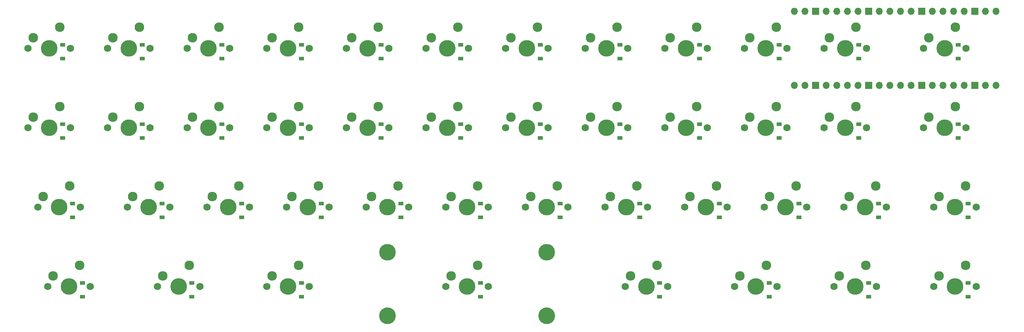
<source format=gbr>
%TF.GenerationSoftware,KiCad,Pcbnew,7.0.9*%
%TF.CreationDate,2024-02-13T22:10:24+01:00*%
%TF.ProjectId,bratski_keyboard,62726174-736b-4695-9f6b-6579626f6172,rev?*%
%TF.SameCoordinates,Original*%
%TF.FileFunction,Soldermask,Bot*%
%TF.FilePolarity,Negative*%
%FSLAX46Y46*%
G04 Gerber Fmt 4.6, Leading zero omitted, Abs format (unit mm)*
G04 Created by KiCad (PCBNEW 7.0.9) date 2024-02-13 22:10:24*
%MOMM*%
%LPD*%
G01*
G04 APERTURE LIST*
%ADD10C,1.750000*%
%ADD11C,3.987800*%
%ADD12C,2.300000*%
%ADD13C,4.000000*%
%ADD14R,1.200000X0.900000*%
%ADD15O,1.700000X1.700000*%
%ADD16R,1.700000X1.700000*%
G04 APERTURE END LIST*
D10*
%TO.C,SW42*%
X204311250Y-110490000D03*
D11*
X209391250Y-110490000D03*
D10*
X214471250Y-110490000D03*
D12*
X205581250Y-107950000D03*
X211931250Y-105410000D03*
%TD*%
D10*
%TO.C,SW9*%
X187642500Y-53340000D03*
D11*
X192722500Y-53340000D03*
D10*
X197802500Y-53340000D03*
D12*
X188912500Y-50800000D03*
X195262500Y-48260000D03*
%TD*%
D10*
%TO.C,SW5*%
X111442500Y-53340000D03*
D11*
X116522500Y-53340000D03*
D10*
X121602500Y-53340000D03*
D12*
X112712500Y-50800000D03*
X119062500Y-48260000D03*
%TD*%
D10*
%TO.C,SW24*%
X249555000Y-72390000D03*
D11*
X254635000Y-72390000D03*
D10*
X259715000Y-72390000D03*
D12*
X250825000Y-69850000D03*
X257175000Y-67310000D03*
%TD*%
D10*
%TO.C,SW17*%
X111442500Y-72390000D03*
D11*
X116522500Y-72390000D03*
D10*
X121602500Y-72390000D03*
D12*
X112712500Y-69850000D03*
X119062500Y-67310000D03*
%TD*%
D10*
%TO.C,SW27*%
X78105000Y-91440000D03*
D11*
X83185000Y-91440000D03*
D10*
X88265000Y-91440000D03*
D12*
X79375000Y-88900000D03*
X85725000Y-86360000D03*
%TD*%
D10*
%TO.C,SW30*%
X135255000Y-91440000D03*
D11*
X140335000Y-91440000D03*
D10*
X145415000Y-91440000D03*
D12*
X136525000Y-88900000D03*
X142875000Y-86360000D03*
%TD*%
D10*
%TO.C,SW39*%
X92392500Y-110490000D03*
D11*
X97472500Y-110490000D03*
D10*
X102552500Y-110490000D03*
D12*
X93662500Y-107950000D03*
X100012500Y-105410000D03*
%TD*%
D10*
%TO.C,SW6*%
X130492500Y-53340000D03*
D11*
X135572500Y-53340000D03*
D10*
X140652500Y-53340000D03*
D12*
X131762500Y-50800000D03*
X138112500Y-48260000D03*
%TD*%
D10*
%TO.C,SW11*%
X225742500Y-53340000D03*
D11*
X230822500Y-53340000D03*
D10*
X235902500Y-53340000D03*
D12*
X227012500Y-50800000D03*
X233362500Y-48260000D03*
%TD*%
D10*
%TO.C,SW13*%
X35242500Y-72390000D03*
D11*
X40322500Y-72390000D03*
D10*
X45402500Y-72390000D03*
D12*
X36512500Y-69850000D03*
X42862500Y-67310000D03*
%TD*%
%TO.C,SW35*%
X238125000Y-86360000D03*
X231775000Y-88900000D03*
D10*
X240665000Y-91440000D03*
D11*
X235585000Y-91440000D03*
D10*
X230505000Y-91440000D03*
%TD*%
%TO.C,SW44*%
X251936250Y-110490000D03*
D11*
X257016250Y-110490000D03*
D10*
X262096250Y-110490000D03*
D12*
X253206250Y-107950000D03*
X259556250Y-105410000D03*
%TD*%
D10*
%TO.C,SW38*%
X66198750Y-110490000D03*
D11*
X71278750Y-110490000D03*
D10*
X76358750Y-110490000D03*
D12*
X67468750Y-107950000D03*
X73818750Y-105410000D03*
%TD*%
D10*
%TO.C,SW29*%
X116205000Y-91440000D03*
D11*
X121285000Y-91440000D03*
D10*
X126365000Y-91440000D03*
D12*
X117475000Y-88900000D03*
X123825000Y-86360000D03*
%TD*%
D10*
%TO.C,SW22*%
X206692500Y-72390000D03*
D11*
X211772500Y-72390000D03*
D10*
X216852500Y-72390000D03*
D12*
X207962500Y-69850000D03*
X214312500Y-67310000D03*
%TD*%
D10*
%TO.C,SW31*%
X154305000Y-91440000D03*
D11*
X159385000Y-91440000D03*
D10*
X164465000Y-91440000D03*
D12*
X155575000Y-88900000D03*
X161925000Y-86360000D03*
%TD*%
D10*
%TO.C,SW1*%
X35242500Y-53340000D03*
D11*
X40322500Y-53340000D03*
D10*
X45402500Y-53340000D03*
D12*
X36512500Y-50800000D03*
X42862500Y-48260000D03*
%TD*%
D10*
%TO.C,SW10*%
X206692500Y-53340000D03*
D11*
X211772500Y-53340000D03*
D10*
X216852500Y-53340000D03*
D12*
X207962500Y-50800000D03*
X214312500Y-48260000D03*
%TD*%
D10*
%TO.C,SW19*%
X149542500Y-72390000D03*
D11*
X154622500Y-72390000D03*
D10*
X159702500Y-72390000D03*
D12*
X150812500Y-69850000D03*
X157162500Y-67310000D03*
%TD*%
D10*
%TO.C,SW37*%
X40005000Y-110490000D03*
D11*
X45085000Y-110490000D03*
D10*
X50165000Y-110490000D03*
D12*
X41275000Y-107950000D03*
X47625000Y-105410000D03*
%TD*%
D10*
%TO.C,SW18*%
X130492500Y-72390000D03*
D11*
X135572500Y-72390000D03*
D10*
X140652500Y-72390000D03*
D12*
X131762500Y-69850000D03*
X138112500Y-67310000D03*
%TD*%
D10*
%TO.C,SW12*%
X249555000Y-53340000D03*
D11*
X254635000Y-53340000D03*
D10*
X259715000Y-53340000D03*
D12*
X250825000Y-50800000D03*
X257175000Y-48260000D03*
%TD*%
D10*
%TO.C,SW8*%
X168592500Y-53340000D03*
D11*
X173672500Y-53340000D03*
D10*
X178752500Y-53340000D03*
D12*
X169862500Y-50800000D03*
X176212500Y-48260000D03*
%TD*%
D10*
%TO.C,SW21*%
X187642500Y-72390000D03*
D11*
X192722500Y-72390000D03*
D10*
X197802500Y-72390000D03*
D12*
X188912500Y-69850000D03*
X195262500Y-67310000D03*
%TD*%
D10*
%TO.C,SW43*%
X228123750Y-110490000D03*
D11*
X233203750Y-110490000D03*
D10*
X238283750Y-110490000D03*
D12*
X229393750Y-107950000D03*
X235743750Y-105410000D03*
%TD*%
D10*
%TO.C,SW16*%
X92392500Y-72390000D03*
D11*
X97472500Y-72390000D03*
D10*
X102552500Y-72390000D03*
D12*
X93662500Y-69850000D03*
X100012500Y-67310000D03*
%TD*%
D10*
%TO.C,SW3*%
X73342500Y-53340000D03*
D11*
X78422500Y-53340000D03*
D10*
X83502500Y-53340000D03*
D12*
X74612500Y-50800000D03*
X80962500Y-48260000D03*
%TD*%
D10*
%TO.C,SW40*%
X135255000Y-110490000D03*
D11*
X140335000Y-110490000D03*
D10*
X145415000Y-110490000D03*
D12*
X136525000Y-107950000D03*
X142875000Y-105410000D03*
%TD*%
D10*
%TO.C,SW25*%
X37623750Y-91440000D03*
D11*
X42703750Y-91440000D03*
D10*
X47783750Y-91440000D03*
D12*
X38893750Y-88900000D03*
X45243750Y-86360000D03*
%TD*%
D10*
%TO.C,SW36*%
X251936250Y-91440000D03*
D11*
X257016250Y-91440000D03*
D10*
X262096250Y-91440000D03*
D12*
X253206250Y-88900000D03*
X259556250Y-86360000D03*
%TD*%
D10*
%TO.C,SW32*%
X173355000Y-91440000D03*
D11*
X178435000Y-91440000D03*
D10*
X183515000Y-91440000D03*
D12*
X174625000Y-88900000D03*
X180975000Y-86360000D03*
%TD*%
D10*
%TO.C,SW4*%
X92392500Y-53340000D03*
D11*
X97472500Y-53340000D03*
D10*
X102552500Y-53340000D03*
D12*
X93662500Y-50800000D03*
X100012500Y-48260000D03*
%TD*%
D10*
%TO.C,SW15*%
X73342500Y-72390000D03*
D11*
X78422500Y-72390000D03*
D10*
X83502500Y-72390000D03*
D12*
X74612500Y-69850000D03*
X80962500Y-67310000D03*
%TD*%
D10*
%TO.C,SW23*%
X225742500Y-72390000D03*
D11*
X230822500Y-72390000D03*
D10*
X235902500Y-72390000D03*
D12*
X227012500Y-69850000D03*
X233362500Y-67310000D03*
%TD*%
D10*
%TO.C,SW2*%
X54292500Y-53340000D03*
D11*
X59372500Y-53340000D03*
D10*
X64452500Y-53340000D03*
D12*
X55562500Y-50800000D03*
X61912500Y-48260000D03*
%TD*%
D10*
%TO.C,SW26*%
X59055000Y-91440000D03*
D11*
X64135000Y-91440000D03*
D10*
X69215000Y-91440000D03*
D12*
X60325000Y-88900000D03*
X66675000Y-86360000D03*
%TD*%
D10*
%TO.C,SW14*%
X54292500Y-72390000D03*
D11*
X59372500Y-72390000D03*
D10*
X64452500Y-72390000D03*
D12*
X55562500Y-69850000D03*
X61912500Y-67310000D03*
%TD*%
D10*
%TO.C,SW20*%
X168592500Y-72390000D03*
D11*
X173672500Y-72390000D03*
D10*
X178752500Y-72390000D03*
D12*
X169862500Y-69850000D03*
X176212500Y-67310000D03*
%TD*%
D10*
%TO.C,SW34*%
X211455000Y-91440000D03*
D11*
X216535000Y-91440000D03*
D10*
X221615000Y-91440000D03*
D12*
X212725000Y-88900000D03*
X219075000Y-86360000D03*
%TD*%
D10*
%TO.C,SW33*%
X192405000Y-91440000D03*
D11*
X197485000Y-91440000D03*
D10*
X202565000Y-91440000D03*
D12*
X193675000Y-88900000D03*
X200025000Y-86360000D03*
%TD*%
D10*
%TO.C,SW28*%
X97155000Y-91440000D03*
D11*
X102235000Y-91440000D03*
D10*
X107315000Y-91440000D03*
D12*
X98425000Y-88900000D03*
X104775000Y-86360000D03*
%TD*%
D10*
%TO.C,SW41*%
X178117500Y-110490000D03*
D11*
X183197500Y-110490000D03*
D10*
X188277500Y-110490000D03*
D12*
X179387500Y-107950000D03*
X185737500Y-105410000D03*
%TD*%
D13*
%TO.C,S1*%
X159385000Y-117475000D03*
D11*
X159385000Y-102235000D03*
D13*
X121285000Y-117475000D03*
D11*
X121285000Y-102235000D03*
%TD*%
D10*
%TO.C,SW7*%
X149542500Y-53340000D03*
D11*
X154622500Y-53340000D03*
D10*
X159702500Y-53340000D03*
D12*
X150812500Y-50800000D03*
X157162500Y-48260000D03*
%TD*%
D14*
%TO.C,D10*%
X214947500Y-55783750D03*
X214947500Y-52483750D03*
%TD*%
%TO.C,D16*%
X100647500Y-74833750D03*
X100647500Y-71533750D03*
%TD*%
%TO.C,D19*%
X157797500Y-74833750D03*
X157797500Y-71533750D03*
%TD*%
%TO.C,D7*%
X157797500Y-55783750D03*
X157797500Y-52483750D03*
%TD*%
%TO.C,D34*%
X219710000Y-93821250D03*
X219710000Y-90521250D03*
%TD*%
%TO.C,D1*%
X43497500Y-55783750D03*
X43497500Y-52483750D03*
%TD*%
%TO.C,D43*%
X236378750Y-112933750D03*
X236378750Y-109633750D03*
%TD*%
%TO.C,D24*%
X257810000Y-74833750D03*
X257810000Y-71533750D03*
%TD*%
%TO.C,D40*%
X143510000Y-112933750D03*
X143510000Y-109633750D03*
%TD*%
%TO.C,D31*%
X162560000Y-93883750D03*
X162560000Y-90583750D03*
%TD*%
%TO.C,D22*%
X214947500Y-74833750D03*
X214947500Y-71533750D03*
%TD*%
%TO.C,D2*%
X62547500Y-55783750D03*
X62547500Y-52483750D03*
%TD*%
%TO.C,D27*%
X86360000Y-93883750D03*
X86360000Y-90583750D03*
%TD*%
%TO.C,D3*%
X81597500Y-55783750D03*
X81597500Y-52483750D03*
%TD*%
%TO.C,D29*%
X124460000Y-93883750D03*
X124460000Y-90583750D03*
%TD*%
%TO.C,D44*%
X260191250Y-112933750D03*
X260191250Y-109633750D03*
%TD*%
%TO.C,D12*%
X257810000Y-55783750D03*
X257810000Y-52483750D03*
%TD*%
%TO.C,D14*%
X62547500Y-74833750D03*
X62547500Y-71533750D03*
%TD*%
%TO.C,D30*%
X143510000Y-93883750D03*
X143510000Y-90583750D03*
%TD*%
%TO.C,D8*%
X176847500Y-55783750D03*
X176847500Y-52483750D03*
%TD*%
%TO.C,D41*%
X186372500Y-112933750D03*
X186372500Y-109633750D03*
%TD*%
%TO.C,D37*%
X48260000Y-112933750D03*
X48260000Y-109633750D03*
%TD*%
%TO.C,D20*%
X176847500Y-74833750D03*
X176847500Y-71533750D03*
%TD*%
%TO.C,D35*%
X238760000Y-93883750D03*
X238760000Y-90583750D03*
%TD*%
D15*
%TO.C,U1*%
X266858750Y-62230000D03*
X264318750Y-62230000D03*
D16*
X261778750Y-62230000D03*
D15*
X259238750Y-62230000D03*
X256698750Y-62230000D03*
X254158750Y-62230000D03*
X251618750Y-62230000D03*
D16*
X249078750Y-62230000D03*
D15*
X246538750Y-62230000D03*
X243998750Y-62230000D03*
X241458750Y-62230000D03*
X238918750Y-62230000D03*
D16*
X236378750Y-62230000D03*
D15*
X233838750Y-62230000D03*
X231298750Y-62230000D03*
X228758750Y-62230000D03*
X226218750Y-62230000D03*
D16*
X223678750Y-62230000D03*
D15*
X221138750Y-62230000D03*
X218598750Y-62230000D03*
X218598750Y-44450000D03*
X221138750Y-44450000D03*
D16*
X223678750Y-44450000D03*
D15*
X226218750Y-44450000D03*
X228758750Y-44450000D03*
X231298750Y-44450000D03*
X233838750Y-44450000D03*
D16*
X236378750Y-44450000D03*
D15*
X238918750Y-44450000D03*
X241458750Y-44450000D03*
X243998750Y-44450000D03*
X246538750Y-44450000D03*
D16*
X249078750Y-44450000D03*
D15*
X251618750Y-44450000D03*
X254158750Y-44450000D03*
X256698750Y-44450000D03*
X259238750Y-44450000D03*
D16*
X261778750Y-44450000D03*
D15*
X264318750Y-44450000D03*
X266858750Y-44450000D03*
%TD*%
D14*
%TO.C,D4*%
X100647500Y-55783750D03*
X100647500Y-52483750D03*
%TD*%
%TO.C,D15*%
X81597500Y-74833750D03*
X81597500Y-71533750D03*
%TD*%
%TO.C,D11*%
X233997500Y-55783750D03*
X233997500Y-52483750D03*
%TD*%
%TO.C,D42*%
X212566250Y-112933750D03*
X212566250Y-109633750D03*
%TD*%
%TO.C,D25*%
X45878750Y-93883750D03*
X45878750Y-90583750D03*
%TD*%
%TO.C,D28*%
X105410000Y-93821250D03*
X105410000Y-90521250D03*
%TD*%
%TO.C,D39*%
X100647500Y-112933750D03*
X100647500Y-109633750D03*
%TD*%
%TO.C,D17*%
X119697500Y-74833750D03*
X119697500Y-71533750D03*
%TD*%
%TO.C,D13*%
X43497500Y-74833750D03*
X43497500Y-71533750D03*
%TD*%
%TO.C,D9*%
X195897500Y-55783750D03*
X195897500Y-52483750D03*
%TD*%
%TO.C,D36*%
X260191250Y-93883750D03*
X260191250Y-90583750D03*
%TD*%
%TO.C,D21*%
X195897500Y-74833750D03*
X195897500Y-71533750D03*
%TD*%
%TO.C,D23*%
X233997500Y-74833750D03*
X233997500Y-71533750D03*
%TD*%
%TO.C,D32*%
X181610000Y-93883750D03*
X181610000Y-90583750D03*
%TD*%
%TO.C,D6*%
X138747500Y-55783750D03*
X138747500Y-52483750D03*
%TD*%
%TO.C,D18*%
X138747500Y-74833750D03*
X138747500Y-71533750D03*
%TD*%
%TO.C,D26*%
X67310000Y-93883750D03*
X67310000Y-90583750D03*
%TD*%
%TO.C,D38*%
X74453750Y-112933750D03*
X74453750Y-109633750D03*
%TD*%
%TO.C,D5*%
X119697500Y-55783750D03*
X119697500Y-52483750D03*
%TD*%
%TO.C,D33*%
X200660000Y-93883750D03*
X200660000Y-90583750D03*
%TD*%
M02*

</source>
